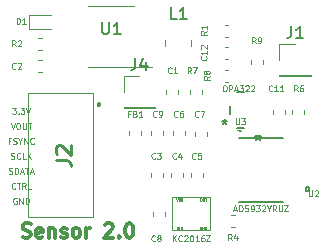
<source format=gbr>
G04 #@! TF.GenerationSoftware,KiCad,Pcbnew,(5.1.5)-3*
G04 #@! TF.CreationDate,2020-11-19T18:47:54+01:00*
G04 #@! TF.ProjectId,Sensor_2.0,53656e73-6f72-45f3-922e-302e6b696361,rev?*
G04 #@! TF.SameCoordinates,Original*
G04 #@! TF.FileFunction,Legend,Top*
G04 #@! TF.FilePolarity,Positive*
%FSLAX46Y46*%
G04 Gerber Fmt 4.6, Leading zero omitted, Abs format (unit mm)*
G04 Created by KiCad (PCBNEW (5.1.5)-3) date 2020-11-19 18:47:54*
%MOMM*%
%LPD*%
G04 APERTURE LIST*
%ADD10C,0.125000*%
%ADD11C,0.300000*%
%ADD12C,0.120000*%
%ADD13C,0.100000*%
%ADD14C,0.152400*%
%ADD15C,0.254000*%
%ADD16C,0.150000*%
%ADD17C,0.050000*%
G04 APERTURE END LIST*
D10*
X123333095Y-92936190D02*
X123333095Y-92436190D01*
X123618809Y-92936190D02*
X123404523Y-92650476D01*
X123618809Y-92436190D02*
X123333095Y-92721904D01*
X124118809Y-92888571D02*
X124095000Y-92912380D01*
X124023571Y-92936190D01*
X123975952Y-92936190D01*
X123904523Y-92912380D01*
X123856904Y-92864761D01*
X123833095Y-92817142D01*
X123809285Y-92721904D01*
X123809285Y-92650476D01*
X123833095Y-92555238D01*
X123856904Y-92507619D01*
X123904523Y-92460000D01*
X123975952Y-92436190D01*
X124023571Y-92436190D01*
X124095000Y-92460000D01*
X124118809Y-92483809D01*
X124309285Y-92483809D02*
X124333095Y-92460000D01*
X124380714Y-92436190D01*
X124499761Y-92436190D01*
X124547380Y-92460000D01*
X124571190Y-92483809D01*
X124595000Y-92531428D01*
X124595000Y-92579047D01*
X124571190Y-92650476D01*
X124285476Y-92936190D01*
X124595000Y-92936190D01*
X124904523Y-92436190D02*
X124952142Y-92436190D01*
X124999761Y-92460000D01*
X125023571Y-92483809D01*
X125047380Y-92531428D01*
X125071190Y-92626666D01*
X125071190Y-92745714D01*
X125047380Y-92840952D01*
X125023571Y-92888571D01*
X124999761Y-92912380D01*
X124952142Y-92936190D01*
X124904523Y-92936190D01*
X124856904Y-92912380D01*
X124833095Y-92888571D01*
X124809285Y-92840952D01*
X124785476Y-92745714D01*
X124785476Y-92626666D01*
X124809285Y-92531428D01*
X124833095Y-92483809D01*
X124856904Y-92460000D01*
X124904523Y-92436190D01*
X125547380Y-92936190D02*
X125261666Y-92936190D01*
X125404523Y-92936190D02*
X125404523Y-92436190D01*
X125356904Y-92507619D01*
X125309285Y-92555238D01*
X125261666Y-92579047D01*
X125975952Y-92436190D02*
X125880714Y-92436190D01*
X125833095Y-92460000D01*
X125809285Y-92483809D01*
X125761666Y-92555238D01*
X125737857Y-92650476D01*
X125737857Y-92840952D01*
X125761666Y-92888571D01*
X125785476Y-92912380D01*
X125833095Y-92936190D01*
X125928333Y-92936190D01*
X125975952Y-92912380D01*
X125999761Y-92888571D01*
X126023571Y-92840952D01*
X126023571Y-92721904D01*
X125999761Y-92674285D01*
X125975952Y-92650476D01*
X125928333Y-92626666D01*
X125833095Y-92626666D01*
X125785476Y-92650476D01*
X125761666Y-92674285D01*
X125737857Y-92721904D01*
X126190238Y-92436190D02*
X126523571Y-92436190D01*
X126190238Y-92936190D01*
X126523571Y-92936190D01*
X110109047Y-89285000D02*
X110061428Y-89261190D01*
X109990000Y-89261190D01*
X109918571Y-89285000D01*
X109870952Y-89332619D01*
X109847142Y-89380238D01*
X109823333Y-89475476D01*
X109823333Y-89546904D01*
X109847142Y-89642142D01*
X109870952Y-89689761D01*
X109918571Y-89737380D01*
X109990000Y-89761190D01*
X110037619Y-89761190D01*
X110109047Y-89737380D01*
X110132857Y-89713571D01*
X110132857Y-89546904D01*
X110037619Y-89546904D01*
X110347142Y-89761190D02*
X110347142Y-89261190D01*
X110632857Y-89761190D01*
X110632857Y-89261190D01*
X110870952Y-89761190D02*
X110870952Y-89261190D01*
X110990000Y-89261190D01*
X111061428Y-89285000D01*
X111109047Y-89332619D01*
X111132857Y-89380238D01*
X111156666Y-89475476D01*
X111156666Y-89546904D01*
X111132857Y-89642142D01*
X111109047Y-89689761D01*
X111061428Y-89737380D01*
X110990000Y-89761190D01*
X110870952Y-89761190D01*
X110001904Y-88443571D02*
X109978095Y-88467380D01*
X109906666Y-88491190D01*
X109859047Y-88491190D01*
X109787619Y-88467380D01*
X109740000Y-88419761D01*
X109716190Y-88372142D01*
X109692380Y-88276904D01*
X109692380Y-88205476D01*
X109716190Y-88110238D01*
X109740000Y-88062619D01*
X109787619Y-88015000D01*
X109859047Y-87991190D01*
X109906666Y-87991190D01*
X109978095Y-88015000D01*
X110001904Y-88038809D01*
X110144761Y-87991190D02*
X110430476Y-87991190D01*
X110287619Y-88491190D02*
X110287619Y-87991190D01*
X110882857Y-88491190D02*
X110716190Y-88253095D01*
X110597142Y-88491190D02*
X110597142Y-87991190D01*
X110787619Y-87991190D01*
X110835238Y-88015000D01*
X110859047Y-88038809D01*
X110882857Y-88086428D01*
X110882857Y-88157857D01*
X110859047Y-88205476D01*
X110835238Y-88229285D01*
X110787619Y-88253095D01*
X110597142Y-88253095D01*
X111335238Y-88491190D02*
X111097142Y-88491190D01*
X111097142Y-87991190D01*
X109478095Y-87197380D02*
X109549523Y-87221190D01*
X109668571Y-87221190D01*
X109716190Y-87197380D01*
X109740000Y-87173571D01*
X109763809Y-87125952D01*
X109763809Y-87078333D01*
X109740000Y-87030714D01*
X109716190Y-87006904D01*
X109668571Y-86983095D01*
X109573333Y-86959285D01*
X109525714Y-86935476D01*
X109501904Y-86911666D01*
X109478095Y-86864047D01*
X109478095Y-86816428D01*
X109501904Y-86768809D01*
X109525714Y-86745000D01*
X109573333Y-86721190D01*
X109692380Y-86721190D01*
X109763809Y-86745000D01*
X109978095Y-87221190D02*
X109978095Y-86721190D01*
X110097142Y-86721190D01*
X110168571Y-86745000D01*
X110216190Y-86792619D01*
X110240000Y-86840238D01*
X110263809Y-86935476D01*
X110263809Y-87006904D01*
X110240000Y-87102142D01*
X110216190Y-87149761D01*
X110168571Y-87197380D01*
X110097142Y-87221190D01*
X109978095Y-87221190D01*
X110454285Y-87078333D02*
X110692380Y-87078333D01*
X110406666Y-87221190D02*
X110573333Y-86721190D01*
X110740000Y-87221190D01*
X110835238Y-86721190D02*
X111120952Y-86721190D01*
X110978095Y-87221190D02*
X110978095Y-86721190D01*
X111263809Y-87078333D02*
X111501904Y-87078333D01*
X111216190Y-87221190D02*
X111382857Y-86721190D01*
X111549523Y-87221190D01*
X109644761Y-85927380D02*
X109716190Y-85951190D01*
X109835238Y-85951190D01*
X109882857Y-85927380D01*
X109906666Y-85903571D01*
X109930476Y-85855952D01*
X109930476Y-85808333D01*
X109906666Y-85760714D01*
X109882857Y-85736904D01*
X109835238Y-85713095D01*
X109740000Y-85689285D01*
X109692380Y-85665476D01*
X109668571Y-85641666D01*
X109644761Y-85594047D01*
X109644761Y-85546428D01*
X109668571Y-85498809D01*
X109692380Y-85475000D01*
X109740000Y-85451190D01*
X109859047Y-85451190D01*
X109930476Y-85475000D01*
X110430476Y-85903571D02*
X110406666Y-85927380D01*
X110335238Y-85951190D01*
X110287619Y-85951190D01*
X110216190Y-85927380D01*
X110168571Y-85879761D01*
X110144761Y-85832142D01*
X110120952Y-85736904D01*
X110120952Y-85665476D01*
X110144761Y-85570238D01*
X110168571Y-85522619D01*
X110216190Y-85475000D01*
X110287619Y-85451190D01*
X110335238Y-85451190D01*
X110406666Y-85475000D01*
X110430476Y-85498809D01*
X110882857Y-85951190D02*
X110644761Y-85951190D01*
X110644761Y-85451190D01*
X111049523Y-85951190D02*
X111049523Y-85451190D01*
X111335238Y-85951190D02*
X111120952Y-85665476D01*
X111335238Y-85451190D02*
X111049523Y-85736904D01*
X109597142Y-84419285D02*
X109430476Y-84419285D01*
X109430476Y-84681190D02*
X109430476Y-84181190D01*
X109668571Y-84181190D01*
X109835238Y-84657380D02*
X109906666Y-84681190D01*
X110025714Y-84681190D01*
X110073333Y-84657380D01*
X110097142Y-84633571D01*
X110120952Y-84585952D01*
X110120952Y-84538333D01*
X110097142Y-84490714D01*
X110073333Y-84466904D01*
X110025714Y-84443095D01*
X109930476Y-84419285D01*
X109882857Y-84395476D01*
X109859047Y-84371666D01*
X109835238Y-84324047D01*
X109835238Y-84276428D01*
X109859047Y-84228809D01*
X109882857Y-84205000D01*
X109930476Y-84181190D01*
X110049523Y-84181190D01*
X110120952Y-84205000D01*
X110430476Y-84443095D02*
X110430476Y-84681190D01*
X110263809Y-84181190D02*
X110430476Y-84443095D01*
X110597142Y-84181190D01*
X110763809Y-84681190D02*
X110763809Y-84181190D01*
X111049523Y-84681190D01*
X111049523Y-84181190D01*
X111573333Y-84633571D02*
X111549523Y-84657380D01*
X111478095Y-84681190D01*
X111430476Y-84681190D01*
X111359047Y-84657380D01*
X111311428Y-84609761D01*
X111287619Y-84562142D01*
X111263809Y-84466904D01*
X111263809Y-84395476D01*
X111287619Y-84300238D01*
X111311428Y-84252619D01*
X111359047Y-84205000D01*
X111430476Y-84181190D01*
X111478095Y-84181190D01*
X111549523Y-84205000D01*
X111573333Y-84228809D01*
X109609047Y-82911190D02*
X109775714Y-83411190D01*
X109942380Y-82911190D01*
X110204285Y-82911190D02*
X110299523Y-82911190D01*
X110347142Y-82935000D01*
X110394761Y-82982619D01*
X110418571Y-83077857D01*
X110418571Y-83244523D01*
X110394761Y-83339761D01*
X110347142Y-83387380D01*
X110299523Y-83411190D01*
X110204285Y-83411190D01*
X110156666Y-83387380D01*
X110109047Y-83339761D01*
X110085238Y-83244523D01*
X110085238Y-83077857D01*
X110109047Y-82982619D01*
X110156666Y-82935000D01*
X110204285Y-82911190D01*
X110632857Y-82911190D02*
X110632857Y-83315952D01*
X110656666Y-83363571D01*
X110680476Y-83387380D01*
X110728095Y-83411190D01*
X110823333Y-83411190D01*
X110870952Y-83387380D01*
X110894761Y-83363571D01*
X110918571Y-83315952D01*
X110918571Y-82911190D01*
X111085238Y-82911190D02*
X111370952Y-82911190D01*
X111228095Y-83411190D02*
X111228095Y-82911190D01*
X109751904Y-81641190D02*
X110061428Y-81641190D01*
X109894761Y-81831666D01*
X109966190Y-81831666D01*
X110013809Y-81855476D01*
X110037619Y-81879285D01*
X110061428Y-81926904D01*
X110061428Y-82045952D01*
X110037619Y-82093571D01*
X110013809Y-82117380D01*
X109966190Y-82141190D01*
X109823333Y-82141190D01*
X109775714Y-82117380D01*
X109751904Y-82093571D01*
X110275714Y-82093571D02*
X110299523Y-82117380D01*
X110275714Y-82141190D01*
X110251904Y-82117380D01*
X110275714Y-82093571D01*
X110275714Y-82141190D01*
X110466190Y-81641190D02*
X110775714Y-81641190D01*
X110609047Y-81831666D01*
X110680476Y-81831666D01*
X110728095Y-81855476D01*
X110751904Y-81879285D01*
X110775714Y-81926904D01*
X110775714Y-82045952D01*
X110751904Y-82093571D01*
X110728095Y-82117380D01*
X110680476Y-82141190D01*
X110537619Y-82141190D01*
X110490000Y-82117380D01*
X110466190Y-82093571D01*
X110918571Y-81641190D02*
X111085238Y-82141190D01*
X111251904Y-81641190D01*
D11*
X110630285Y-92560714D02*
X110801714Y-92617857D01*
X111087428Y-92617857D01*
X111201714Y-92560714D01*
X111258857Y-92503571D01*
X111316000Y-92389285D01*
X111316000Y-92275000D01*
X111258857Y-92160714D01*
X111201714Y-92103571D01*
X111087428Y-92046428D01*
X110858857Y-91989285D01*
X110744571Y-91932142D01*
X110687428Y-91875000D01*
X110630285Y-91760714D01*
X110630285Y-91646428D01*
X110687428Y-91532142D01*
X110744571Y-91475000D01*
X110858857Y-91417857D01*
X111144571Y-91417857D01*
X111316000Y-91475000D01*
X112287428Y-92560714D02*
X112173142Y-92617857D01*
X111944571Y-92617857D01*
X111830285Y-92560714D01*
X111773142Y-92446428D01*
X111773142Y-91989285D01*
X111830285Y-91875000D01*
X111944571Y-91817857D01*
X112173142Y-91817857D01*
X112287428Y-91875000D01*
X112344571Y-91989285D01*
X112344571Y-92103571D01*
X111773142Y-92217857D01*
X112858857Y-91817857D02*
X112858857Y-92617857D01*
X112858857Y-91932142D02*
X112916000Y-91875000D01*
X113030285Y-91817857D01*
X113201714Y-91817857D01*
X113316000Y-91875000D01*
X113373142Y-91989285D01*
X113373142Y-92617857D01*
X113887428Y-92560714D02*
X114001714Y-92617857D01*
X114230285Y-92617857D01*
X114344571Y-92560714D01*
X114401714Y-92446428D01*
X114401714Y-92389285D01*
X114344571Y-92275000D01*
X114230285Y-92217857D01*
X114058857Y-92217857D01*
X113944571Y-92160714D01*
X113887428Y-92046428D01*
X113887428Y-91989285D01*
X113944571Y-91875000D01*
X114058857Y-91817857D01*
X114230285Y-91817857D01*
X114344571Y-91875000D01*
X115087428Y-92617857D02*
X114973142Y-92560714D01*
X114916000Y-92503571D01*
X114858857Y-92389285D01*
X114858857Y-92046428D01*
X114916000Y-91932142D01*
X114973142Y-91875000D01*
X115087428Y-91817857D01*
X115258857Y-91817857D01*
X115373142Y-91875000D01*
X115430285Y-91932142D01*
X115487428Y-92046428D01*
X115487428Y-92389285D01*
X115430285Y-92503571D01*
X115373142Y-92560714D01*
X115258857Y-92617857D01*
X115087428Y-92617857D01*
X116001714Y-92617857D02*
X116001714Y-91817857D01*
X116001714Y-92046428D02*
X116058857Y-91932142D01*
X116116000Y-91875000D01*
X116230285Y-91817857D01*
X116344571Y-91817857D01*
X117601714Y-91532142D02*
X117658857Y-91475000D01*
X117773142Y-91417857D01*
X118058857Y-91417857D01*
X118173142Y-91475000D01*
X118230285Y-91532142D01*
X118287428Y-91646428D01*
X118287428Y-91760714D01*
X118230285Y-91932142D01*
X117544571Y-92617857D01*
X118287428Y-92617857D01*
X118801714Y-92503571D02*
X118858857Y-92560714D01*
X118801714Y-92617857D01*
X118744571Y-92560714D01*
X118801714Y-92503571D01*
X118801714Y-92617857D01*
X119601714Y-91417857D02*
X119716000Y-91417857D01*
X119830285Y-91475000D01*
X119887428Y-91532142D01*
X119944571Y-91646428D01*
X120001714Y-91875000D01*
X120001714Y-92160714D01*
X119944571Y-92389285D01*
X119887428Y-92503571D01*
X119830285Y-92560714D01*
X119716000Y-92617857D01*
X119601714Y-92617857D01*
X119487428Y-92560714D01*
X119430285Y-92503571D01*
X119373142Y-92389285D01*
X119316000Y-92160714D01*
X119316000Y-91875000D01*
X119373142Y-91646428D01*
X119430285Y-91532142D01*
X119487428Y-91475000D01*
X119601714Y-91417857D01*
D12*
X122790000Y-80124721D02*
X122790000Y-80450279D01*
X123810000Y-80124721D02*
X123810000Y-80450279D01*
X111949721Y-77590000D02*
X112275279Y-77590000D01*
X111949721Y-78610000D02*
X112275279Y-78610000D01*
X122510000Y-87450279D02*
X122510000Y-87124721D01*
X121490000Y-87450279D02*
X121490000Y-87124721D01*
X123190000Y-87450279D02*
X123190000Y-87124721D01*
X124210000Y-87450279D02*
X124210000Y-87124721D01*
X124890000Y-87124721D02*
X124890000Y-87450279D01*
X125910000Y-87124721D02*
X125910000Y-87450279D01*
X124410000Y-83624721D02*
X124410000Y-83950279D01*
X123390000Y-83624721D02*
X123390000Y-83950279D01*
X126210000Y-83649721D02*
X126210000Y-83975279D01*
X125190000Y-83649721D02*
X125190000Y-83975279D01*
X121490000Y-83624721D02*
X121490000Y-83950279D01*
X122510000Y-83624721D02*
X122510000Y-83950279D01*
X132810000Y-81837221D02*
X132810000Y-82162779D01*
X131790000Y-81837221D02*
X131790000Y-82162779D01*
X128050279Y-76490000D02*
X127724721Y-76490000D01*
X128050279Y-77510000D02*
X127724721Y-77510000D01*
X111150000Y-73800000D02*
X111150000Y-75000000D01*
X113000000Y-73800000D02*
X111150000Y-73800000D01*
X113000000Y-75000000D02*
X111150000Y-75000000D01*
X120610000Y-83624721D02*
X120610000Y-83950279D01*
X119590000Y-83624721D02*
X119590000Y-83950279D01*
D13*
X111120000Y-80415000D02*
X111120000Y-90915000D01*
X111120000Y-90915000D02*
X116620000Y-90915000D01*
X116620000Y-90915000D02*
X116620000Y-80415000D01*
X116620000Y-80415000D02*
X111120000Y-80415000D01*
D11*
X117070000Y-81415000D02*
X117070000Y-81415000D01*
X117070000Y-81315000D02*
X117070000Y-81315000D01*
X117070000Y-81315000D02*
G75*
G02X117070000Y-81415000I0J-50000D01*
G01*
X117070000Y-81415000D02*
G75*
G02X117070000Y-81315000I0J50000D01*
G01*
D12*
X119170000Y-78970000D02*
X120500000Y-78970000D01*
X119170000Y-80300000D02*
X119170000Y-78970000D01*
X119170000Y-81570000D02*
X121830000Y-81570000D01*
X121830000Y-81570000D02*
X121830000Y-81630000D01*
X119170000Y-81570000D02*
X119170000Y-81630000D01*
X119170000Y-81630000D02*
X121830000Y-81630000D01*
X124910000Y-75863748D02*
X124910000Y-76386252D01*
X122690000Y-75863748D02*
X122690000Y-76386252D01*
X127724721Y-74590000D02*
X128050279Y-74590000D01*
X127724721Y-75610000D02*
X128050279Y-75610000D01*
X111949721Y-75690000D02*
X112275279Y-75690000D01*
X111949721Y-76710000D02*
X112275279Y-76710000D01*
X128575279Y-90690000D02*
X128249721Y-90690000D01*
X128575279Y-91710000D02*
X128249721Y-91710000D01*
X134410000Y-81837221D02*
X134410000Y-82162779D01*
X133390000Y-81837221D02*
X133390000Y-82162779D01*
X124790000Y-80124721D02*
X124790000Y-80450279D01*
X125810000Y-80124721D02*
X125810000Y-80450279D01*
X128050279Y-79410000D02*
X127724721Y-79410000D01*
X128050279Y-78390000D02*
X127724721Y-78390000D01*
X129990000Y-77624721D02*
X129990000Y-77950279D01*
X131010000Y-77624721D02*
X131010000Y-77950279D01*
X118125000Y-73035000D02*
X116175000Y-73035000D01*
X118125000Y-73035000D02*
X120075000Y-73035000D01*
X118125000Y-78155000D02*
X116175000Y-78155000D01*
X118125000Y-78155000D02*
X121575000Y-78155000D01*
D14*
X134610000Y-88334501D02*
X134864000Y-88334501D01*
X134610000Y-88715501D02*
X134610000Y-88334501D01*
X134864000Y-88715501D02*
X134610000Y-88715501D01*
X134864000Y-88334501D02*
X134864000Y-88715501D01*
X132639424Y-84220300D02*
X128960576Y-84220300D01*
X128960576Y-89579700D02*
X132639424Y-89579700D01*
X129402516Y-80276000D02*
X128797484Y-80276000D01*
X128223700Y-81462139D02*
X128223700Y-82137861D01*
X128797484Y-83324000D02*
X129402516Y-83324000D01*
X128872177Y-83526484D02*
G75*
G03X129100000Y-83628800I227823J202484D01*
G01*
D12*
X123300000Y-92000000D02*
X126500000Y-92000000D01*
X126500000Y-92000000D02*
X126500000Y-89200000D01*
X126500000Y-89200000D02*
X123300000Y-89200000D01*
X123300000Y-89200000D02*
X123300000Y-92000000D01*
X121690000Y-90750279D02*
X121690000Y-90424721D01*
X122710000Y-90750279D02*
X122710000Y-90424721D01*
X132370000Y-78930000D02*
X135030000Y-78930000D01*
X132370000Y-78870000D02*
X132370000Y-78930000D01*
X135030000Y-78870000D02*
X135030000Y-78930000D01*
X132370000Y-78870000D02*
X135030000Y-78870000D01*
X132370000Y-77600000D02*
X132370000Y-76270000D01*
X132370000Y-76270000D02*
X133700000Y-76270000D01*
D10*
X123233666Y-78664571D02*
X123209857Y-78688380D01*
X123138428Y-78712190D01*
X123090809Y-78712190D01*
X123019380Y-78688380D01*
X122971761Y-78640761D01*
X122947952Y-78593142D01*
X122924142Y-78497904D01*
X122924142Y-78426476D01*
X122947952Y-78331238D01*
X122971761Y-78283619D01*
X123019380Y-78236000D01*
X123090809Y-78212190D01*
X123138428Y-78212190D01*
X123209857Y-78236000D01*
X123233666Y-78259809D01*
X123709857Y-78712190D02*
X123424142Y-78712190D01*
X123567000Y-78712190D02*
X123567000Y-78212190D01*
X123519380Y-78283619D01*
X123471761Y-78331238D01*
X123424142Y-78355047D01*
X110025666Y-78283571D02*
X110001857Y-78307380D01*
X109930428Y-78331190D01*
X109882809Y-78331190D01*
X109811380Y-78307380D01*
X109763761Y-78259761D01*
X109739952Y-78212142D01*
X109716142Y-78116904D01*
X109716142Y-78045476D01*
X109739952Y-77950238D01*
X109763761Y-77902619D01*
X109811380Y-77855000D01*
X109882809Y-77831190D01*
X109930428Y-77831190D01*
X110001857Y-77855000D01*
X110025666Y-77878809D01*
X110216142Y-77878809D02*
X110239952Y-77855000D01*
X110287571Y-77831190D01*
X110406619Y-77831190D01*
X110454238Y-77855000D01*
X110478047Y-77878809D01*
X110501857Y-77926428D01*
X110501857Y-77974047D01*
X110478047Y-78045476D01*
X110192333Y-78331190D01*
X110501857Y-78331190D01*
X121836666Y-85903571D02*
X121812857Y-85927380D01*
X121741428Y-85951190D01*
X121693809Y-85951190D01*
X121622380Y-85927380D01*
X121574761Y-85879761D01*
X121550952Y-85832142D01*
X121527142Y-85736904D01*
X121527142Y-85665476D01*
X121550952Y-85570238D01*
X121574761Y-85522619D01*
X121622380Y-85475000D01*
X121693809Y-85451190D01*
X121741428Y-85451190D01*
X121812857Y-85475000D01*
X121836666Y-85498809D01*
X122003333Y-85451190D02*
X122312857Y-85451190D01*
X122146190Y-85641666D01*
X122217619Y-85641666D01*
X122265238Y-85665476D01*
X122289047Y-85689285D01*
X122312857Y-85736904D01*
X122312857Y-85855952D01*
X122289047Y-85903571D01*
X122265238Y-85927380D01*
X122217619Y-85951190D01*
X122074761Y-85951190D01*
X122027142Y-85927380D01*
X122003333Y-85903571D01*
X123614666Y-85903571D02*
X123590857Y-85927380D01*
X123519428Y-85951190D01*
X123471809Y-85951190D01*
X123400380Y-85927380D01*
X123352761Y-85879761D01*
X123328952Y-85832142D01*
X123305142Y-85736904D01*
X123305142Y-85665476D01*
X123328952Y-85570238D01*
X123352761Y-85522619D01*
X123400380Y-85475000D01*
X123471809Y-85451190D01*
X123519428Y-85451190D01*
X123590857Y-85475000D01*
X123614666Y-85498809D01*
X124043238Y-85617857D02*
X124043238Y-85951190D01*
X123924190Y-85427380D02*
X123805142Y-85784523D01*
X124114666Y-85784523D01*
X125265666Y-85903571D02*
X125241857Y-85927380D01*
X125170428Y-85951190D01*
X125122809Y-85951190D01*
X125051380Y-85927380D01*
X125003761Y-85879761D01*
X124979952Y-85832142D01*
X124956142Y-85736904D01*
X124956142Y-85665476D01*
X124979952Y-85570238D01*
X125003761Y-85522619D01*
X125051380Y-85475000D01*
X125122809Y-85451190D01*
X125170428Y-85451190D01*
X125241857Y-85475000D01*
X125265666Y-85498809D01*
X125718047Y-85451190D02*
X125479952Y-85451190D01*
X125456142Y-85689285D01*
X125479952Y-85665476D01*
X125527571Y-85641666D01*
X125646619Y-85641666D01*
X125694238Y-85665476D01*
X125718047Y-85689285D01*
X125741857Y-85736904D01*
X125741857Y-85855952D01*
X125718047Y-85903571D01*
X125694238Y-85927380D01*
X125646619Y-85951190D01*
X125527571Y-85951190D01*
X125479952Y-85927380D01*
X125456142Y-85903571D01*
X123741666Y-82347571D02*
X123717857Y-82371380D01*
X123646428Y-82395190D01*
X123598809Y-82395190D01*
X123527380Y-82371380D01*
X123479761Y-82323761D01*
X123455952Y-82276142D01*
X123432142Y-82180904D01*
X123432142Y-82109476D01*
X123455952Y-82014238D01*
X123479761Y-81966619D01*
X123527380Y-81919000D01*
X123598809Y-81895190D01*
X123646428Y-81895190D01*
X123717857Y-81919000D01*
X123741666Y-81942809D01*
X124170238Y-81895190D02*
X124075000Y-81895190D01*
X124027380Y-81919000D01*
X124003571Y-81942809D01*
X123955952Y-82014238D01*
X123932142Y-82109476D01*
X123932142Y-82299952D01*
X123955952Y-82347571D01*
X123979761Y-82371380D01*
X124027380Y-82395190D01*
X124122619Y-82395190D01*
X124170238Y-82371380D01*
X124194047Y-82347571D01*
X124217857Y-82299952D01*
X124217857Y-82180904D01*
X124194047Y-82133285D01*
X124170238Y-82109476D01*
X124122619Y-82085666D01*
X124027380Y-82085666D01*
X123979761Y-82109476D01*
X123955952Y-82133285D01*
X123932142Y-82180904D01*
X125519666Y-82347571D02*
X125495857Y-82371380D01*
X125424428Y-82395190D01*
X125376809Y-82395190D01*
X125305380Y-82371380D01*
X125257761Y-82323761D01*
X125233952Y-82276142D01*
X125210142Y-82180904D01*
X125210142Y-82109476D01*
X125233952Y-82014238D01*
X125257761Y-81966619D01*
X125305380Y-81919000D01*
X125376809Y-81895190D01*
X125424428Y-81895190D01*
X125495857Y-81919000D01*
X125519666Y-81942809D01*
X125686333Y-81895190D02*
X126019666Y-81895190D01*
X125805380Y-82395190D01*
X121963666Y-82347571D02*
X121939857Y-82371380D01*
X121868428Y-82395190D01*
X121820809Y-82395190D01*
X121749380Y-82371380D01*
X121701761Y-82323761D01*
X121677952Y-82276142D01*
X121654142Y-82180904D01*
X121654142Y-82109476D01*
X121677952Y-82014238D01*
X121701761Y-81966619D01*
X121749380Y-81919000D01*
X121820809Y-81895190D01*
X121868428Y-81895190D01*
X121939857Y-81919000D01*
X121963666Y-81942809D01*
X122201761Y-82395190D02*
X122297000Y-82395190D01*
X122344619Y-82371380D01*
X122368428Y-82347571D01*
X122416047Y-82276142D01*
X122439857Y-82180904D01*
X122439857Y-81990428D01*
X122416047Y-81942809D01*
X122392238Y-81919000D01*
X122344619Y-81895190D01*
X122249380Y-81895190D01*
X122201761Y-81919000D01*
X122177952Y-81942809D01*
X122154142Y-81990428D01*
X122154142Y-82109476D01*
X122177952Y-82157095D01*
X122201761Y-82180904D01*
X122249380Y-82204714D01*
X122344619Y-82204714D01*
X122392238Y-82180904D01*
X122416047Y-82157095D01*
X122439857Y-82109476D01*
X131758571Y-80188571D02*
X131734761Y-80212380D01*
X131663333Y-80236190D01*
X131615714Y-80236190D01*
X131544285Y-80212380D01*
X131496666Y-80164761D01*
X131472857Y-80117142D01*
X131449047Y-80021904D01*
X131449047Y-79950476D01*
X131472857Y-79855238D01*
X131496666Y-79807619D01*
X131544285Y-79760000D01*
X131615714Y-79736190D01*
X131663333Y-79736190D01*
X131734761Y-79760000D01*
X131758571Y-79783809D01*
X132234761Y-80236190D02*
X131949047Y-80236190D01*
X132091904Y-80236190D02*
X132091904Y-79736190D01*
X132044285Y-79807619D01*
X131996666Y-79855238D01*
X131949047Y-79879047D01*
X132710952Y-80236190D02*
X132425238Y-80236190D01*
X132568095Y-80236190D02*
X132568095Y-79736190D01*
X132520476Y-79807619D01*
X132472857Y-79855238D01*
X132425238Y-79879047D01*
X126162571Y-77283428D02*
X126186380Y-77307238D01*
X126210190Y-77378666D01*
X126210190Y-77426285D01*
X126186380Y-77497714D01*
X126138761Y-77545333D01*
X126091142Y-77569142D01*
X125995904Y-77592952D01*
X125924476Y-77592952D01*
X125829238Y-77569142D01*
X125781619Y-77545333D01*
X125734000Y-77497714D01*
X125710190Y-77426285D01*
X125710190Y-77378666D01*
X125734000Y-77307238D01*
X125757809Y-77283428D01*
X126210190Y-76807238D02*
X126210190Y-77092952D01*
X126210190Y-76950095D02*
X125710190Y-76950095D01*
X125781619Y-76997714D01*
X125829238Y-77045333D01*
X125853047Y-77092952D01*
X125757809Y-76616761D02*
X125734000Y-76592952D01*
X125710190Y-76545333D01*
X125710190Y-76426285D01*
X125734000Y-76378666D01*
X125757809Y-76354857D01*
X125805428Y-76331047D01*
X125853047Y-76331047D01*
X125924476Y-76354857D01*
X126210190Y-76640571D01*
X126210190Y-76331047D01*
X110120952Y-74521190D02*
X110120952Y-74021190D01*
X110240000Y-74021190D01*
X110311428Y-74045000D01*
X110359047Y-74092619D01*
X110382857Y-74140238D01*
X110406666Y-74235476D01*
X110406666Y-74306904D01*
X110382857Y-74402142D01*
X110359047Y-74449761D01*
X110311428Y-74497380D01*
X110240000Y-74521190D01*
X110120952Y-74521190D01*
X110882857Y-74521190D02*
X110597142Y-74521190D01*
X110740000Y-74521190D02*
X110740000Y-74021190D01*
X110692380Y-74092619D01*
X110644761Y-74140238D01*
X110597142Y-74164047D01*
X119725333Y-82133285D02*
X119558666Y-82133285D01*
X119558666Y-82395190D02*
X119558666Y-81895190D01*
X119796761Y-81895190D01*
X120153904Y-82133285D02*
X120225333Y-82157095D01*
X120249142Y-82180904D01*
X120272952Y-82228523D01*
X120272952Y-82299952D01*
X120249142Y-82347571D01*
X120225333Y-82371380D01*
X120177714Y-82395190D01*
X119987238Y-82395190D01*
X119987238Y-81895190D01*
X120153904Y-81895190D01*
X120201523Y-81919000D01*
X120225333Y-81942809D01*
X120249142Y-81990428D01*
X120249142Y-82038047D01*
X120225333Y-82085666D01*
X120201523Y-82109476D01*
X120153904Y-82133285D01*
X119987238Y-82133285D01*
X120749142Y-82395190D02*
X120463428Y-82395190D01*
X120606285Y-82395190D02*
X120606285Y-81895190D01*
X120558666Y-81966619D01*
X120511047Y-82014238D01*
X120463428Y-82038047D01*
D15*
X113424523Y-86088333D02*
X114331666Y-86088333D01*
X114513095Y-86148809D01*
X114634047Y-86269761D01*
X114694523Y-86451190D01*
X114694523Y-86572142D01*
X113545476Y-85544047D02*
X113485000Y-85483571D01*
X113424523Y-85362619D01*
X113424523Y-85060238D01*
X113485000Y-84939285D01*
X113545476Y-84878809D01*
X113666428Y-84818333D01*
X113787380Y-84818333D01*
X113968809Y-84878809D01*
X114694523Y-85604523D01*
X114694523Y-84818333D01*
D16*
X120166666Y-77422380D02*
X120166666Y-78136666D01*
X120119047Y-78279523D01*
X120023809Y-78374761D01*
X119880952Y-78422380D01*
X119785714Y-78422380D01*
X121071428Y-77755714D02*
X121071428Y-78422380D01*
X120833333Y-77374761D02*
X120595238Y-78089047D01*
X121214285Y-78089047D01*
X123658333Y-74112380D02*
X123182142Y-74112380D01*
X123182142Y-73112380D01*
X124515476Y-74112380D02*
X123944047Y-74112380D01*
X124229761Y-74112380D02*
X124229761Y-73112380D01*
X124134523Y-73255238D01*
X124039285Y-73350476D01*
X123944047Y-73398095D01*
D10*
X126210190Y-75140333D02*
X125972095Y-75307000D01*
X126210190Y-75426047D02*
X125710190Y-75426047D01*
X125710190Y-75235571D01*
X125734000Y-75187952D01*
X125757809Y-75164142D01*
X125805428Y-75140333D01*
X125876857Y-75140333D01*
X125924476Y-75164142D01*
X125948285Y-75187952D01*
X125972095Y-75235571D01*
X125972095Y-75426047D01*
X126210190Y-74664142D02*
X126210190Y-74949857D01*
X126210190Y-74807000D02*
X125710190Y-74807000D01*
X125781619Y-74854619D01*
X125829238Y-74902238D01*
X125853047Y-74949857D01*
X110025666Y-76426190D02*
X109859000Y-76188095D01*
X109739952Y-76426190D02*
X109739952Y-75926190D01*
X109930428Y-75926190D01*
X109978047Y-75950000D01*
X110001857Y-75973809D01*
X110025666Y-76021428D01*
X110025666Y-76092857D01*
X110001857Y-76140476D01*
X109978047Y-76164285D01*
X109930428Y-76188095D01*
X109739952Y-76188095D01*
X110216142Y-75973809D02*
X110239952Y-75950000D01*
X110287571Y-75926190D01*
X110406619Y-75926190D01*
X110454238Y-75950000D01*
X110478047Y-75973809D01*
X110501857Y-76021428D01*
X110501857Y-76069047D01*
X110478047Y-76140476D01*
X110192333Y-76426190D01*
X110501857Y-76426190D01*
X128329166Y-92856190D02*
X128162500Y-92618095D01*
X128043452Y-92856190D02*
X128043452Y-92356190D01*
X128233928Y-92356190D01*
X128281547Y-92380000D01*
X128305357Y-92403809D01*
X128329166Y-92451428D01*
X128329166Y-92522857D01*
X128305357Y-92570476D01*
X128281547Y-92594285D01*
X128233928Y-92618095D01*
X128043452Y-92618095D01*
X128757738Y-92522857D02*
X128757738Y-92856190D01*
X128638690Y-92332380D02*
X128519642Y-92689523D01*
X128829166Y-92689523D01*
X133901666Y-80236190D02*
X133735000Y-79998095D01*
X133615952Y-80236190D02*
X133615952Y-79736190D01*
X133806428Y-79736190D01*
X133854047Y-79760000D01*
X133877857Y-79783809D01*
X133901666Y-79831428D01*
X133901666Y-79902857D01*
X133877857Y-79950476D01*
X133854047Y-79974285D01*
X133806428Y-79998095D01*
X133615952Y-79998095D01*
X134330238Y-79736190D02*
X134235000Y-79736190D01*
X134187380Y-79760000D01*
X134163571Y-79783809D01*
X134115952Y-79855238D01*
X134092142Y-79950476D01*
X134092142Y-80140952D01*
X134115952Y-80188571D01*
X134139761Y-80212380D01*
X134187380Y-80236190D01*
X134282619Y-80236190D01*
X134330238Y-80212380D01*
X134354047Y-80188571D01*
X134377857Y-80140952D01*
X134377857Y-80021904D01*
X134354047Y-79974285D01*
X134330238Y-79950476D01*
X134282619Y-79926666D01*
X134187380Y-79926666D01*
X134139761Y-79950476D01*
X134115952Y-79974285D01*
X134092142Y-80021904D01*
X124884666Y-78712190D02*
X124718000Y-78474095D01*
X124598952Y-78712190D02*
X124598952Y-78212190D01*
X124789428Y-78212190D01*
X124837047Y-78236000D01*
X124860857Y-78259809D01*
X124884666Y-78307428D01*
X124884666Y-78378857D01*
X124860857Y-78426476D01*
X124837047Y-78450285D01*
X124789428Y-78474095D01*
X124598952Y-78474095D01*
X125051333Y-78212190D02*
X125384666Y-78212190D01*
X125170380Y-78712190D01*
X126464190Y-78950333D02*
X126226095Y-79117000D01*
X126464190Y-79236047D02*
X125964190Y-79236047D01*
X125964190Y-79045571D01*
X125988000Y-78997952D01*
X126011809Y-78974142D01*
X126059428Y-78950333D01*
X126130857Y-78950333D01*
X126178476Y-78974142D01*
X126202285Y-78997952D01*
X126226095Y-79045571D01*
X126226095Y-79236047D01*
X126178476Y-78664619D02*
X126154666Y-78712238D01*
X126130857Y-78736047D01*
X126083238Y-78759857D01*
X126059428Y-78759857D01*
X126011809Y-78736047D01*
X125988000Y-78712238D01*
X125964190Y-78664619D01*
X125964190Y-78569380D01*
X125988000Y-78521761D01*
X126011809Y-78497952D01*
X126059428Y-78474142D01*
X126083238Y-78474142D01*
X126130857Y-78497952D01*
X126154666Y-78521761D01*
X126178476Y-78569380D01*
X126178476Y-78664619D01*
X126202285Y-78712238D01*
X126226095Y-78736047D01*
X126273714Y-78759857D01*
X126368952Y-78759857D01*
X126416571Y-78736047D01*
X126440380Y-78712238D01*
X126464190Y-78664619D01*
X126464190Y-78569380D01*
X126440380Y-78521761D01*
X126416571Y-78497952D01*
X126368952Y-78474142D01*
X126273714Y-78474142D01*
X126226095Y-78497952D01*
X126202285Y-78521761D01*
X126178476Y-78569380D01*
X130345666Y-76172190D02*
X130179000Y-75934095D01*
X130059952Y-76172190D02*
X130059952Y-75672190D01*
X130250428Y-75672190D01*
X130298047Y-75696000D01*
X130321857Y-75719809D01*
X130345666Y-75767428D01*
X130345666Y-75838857D01*
X130321857Y-75886476D01*
X130298047Y-75910285D01*
X130250428Y-75934095D01*
X130059952Y-75934095D01*
X130583761Y-76172190D02*
X130679000Y-76172190D01*
X130726619Y-76148380D01*
X130750428Y-76124571D01*
X130798047Y-76053142D01*
X130821857Y-75957904D01*
X130821857Y-75767428D01*
X130798047Y-75719809D01*
X130774238Y-75696000D01*
X130726619Y-75672190D01*
X130631380Y-75672190D01*
X130583761Y-75696000D01*
X130559952Y-75719809D01*
X130536142Y-75767428D01*
X130536142Y-75886476D01*
X130559952Y-75934095D01*
X130583761Y-75957904D01*
X130631380Y-75981714D01*
X130726619Y-75981714D01*
X130774238Y-75957904D01*
X130798047Y-75934095D01*
X130821857Y-75886476D01*
D16*
X117348095Y-74382380D02*
X117348095Y-75191904D01*
X117395714Y-75287142D01*
X117443333Y-75334761D01*
X117538571Y-75382380D01*
X117729047Y-75382380D01*
X117824285Y-75334761D01*
X117871904Y-75287142D01*
X117919523Y-75191904D01*
X117919523Y-74382380D01*
X118919523Y-75382380D02*
X118348095Y-75382380D01*
X118633809Y-75382380D02*
X118633809Y-74382380D01*
X118538571Y-74525238D01*
X118443333Y-74620476D01*
X118348095Y-74668095D01*
D10*
X134874047Y-88626190D02*
X134874047Y-89030952D01*
X134897857Y-89078571D01*
X134921666Y-89102380D01*
X134969285Y-89126190D01*
X135064523Y-89126190D01*
X135112142Y-89102380D01*
X135135952Y-89078571D01*
X135159761Y-89030952D01*
X135159761Y-88626190D01*
X135374047Y-88673809D02*
X135397857Y-88650000D01*
X135445476Y-88626190D01*
X135564523Y-88626190D01*
X135612142Y-88650000D01*
X135635952Y-88673809D01*
X135659761Y-88721428D01*
X135659761Y-88769047D01*
X135635952Y-88840476D01*
X135350238Y-89126190D01*
X135659761Y-89126190D01*
X128524285Y-90253333D02*
X128762380Y-90253333D01*
X128476666Y-90396190D02*
X128643333Y-89896190D01*
X128810000Y-90396190D01*
X128976666Y-90396190D02*
X128976666Y-89896190D01*
X129095714Y-89896190D01*
X129167142Y-89920000D01*
X129214761Y-89967619D01*
X129238571Y-90015238D01*
X129262380Y-90110476D01*
X129262380Y-90181904D01*
X129238571Y-90277142D01*
X129214761Y-90324761D01*
X129167142Y-90372380D01*
X129095714Y-90396190D01*
X128976666Y-90396190D01*
X129714761Y-89896190D02*
X129476666Y-89896190D01*
X129452857Y-90134285D01*
X129476666Y-90110476D01*
X129524285Y-90086666D01*
X129643333Y-90086666D01*
X129690952Y-90110476D01*
X129714761Y-90134285D01*
X129738571Y-90181904D01*
X129738571Y-90300952D01*
X129714761Y-90348571D01*
X129690952Y-90372380D01*
X129643333Y-90396190D01*
X129524285Y-90396190D01*
X129476666Y-90372380D01*
X129452857Y-90348571D01*
X129976666Y-90396190D02*
X130071904Y-90396190D01*
X130119523Y-90372380D01*
X130143333Y-90348571D01*
X130190952Y-90277142D01*
X130214761Y-90181904D01*
X130214761Y-89991428D01*
X130190952Y-89943809D01*
X130167142Y-89920000D01*
X130119523Y-89896190D01*
X130024285Y-89896190D01*
X129976666Y-89920000D01*
X129952857Y-89943809D01*
X129929047Y-89991428D01*
X129929047Y-90110476D01*
X129952857Y-90158095D01*
X129976666Y-90181904D01*
X130024285Y-90205714D01*
X130119523Y-90205714D01*
X130167142Y-90181904D01*
X130190952Y-90158095D01*
X130214761Y-90110476D01*
X130381428Y-89896190D02*
X130690952Y-89896190D01*
X130524285Y-90086666D01*
X130595714Y-90086666D01*
X130643333Y-90110476D01*
X130667142Y-90134285D01*
X130690952Y-90181904D01*
X130690952Y-90300952D01*
X130667142Y-90348571D01*
X130643333Y-90372380D01*
X130595714Y-90396190D01*
X130452857Y-90396190D01*
X130405238Y-90372380D01*
X130381428Y-90348571D01*
X130881428Y-89943809D02*
X130905238Y-89920000D01*
X130952857Y-89896190D01*
X131071904Y-89896190D01*
X131119523Y-89920000D01*
X131143333Y-89943809D01*
X131167142Y-89991428D01*
X131167142Y-90039047D01*
X131143333Y-90110476D01*
X130857619Y-90396190D01*
X131167142Y-90396190D01*
X131476666Y-90158095D02*
X131476666Y-90396190D01*
X131310000Y-89896190D02*
X131476666Y-90158095D01*
X131643333Y-89896190D01*
X132095714Y-90396190D02*
X131929047Y-90158095D01*
X131810000Y-90396190D02*
X131810000Y-89896190D01*
X132000476Y-89896190D01*
X132048095Y-89920000D01*
X132071904Y-89943809D01*
X132095714Y-89991428D01*
X132095714Y-90062857D01*
X132071904Y-90110476D01*
X132048095Y-90134285D01*
X132000476Y-90158095D01*
X131810000Y-90158095D01*
X132310000Y-89896190D02*
X132310000Y-90300952D01*
X132333809Y-90348571D01*
X132357619Y-90372380D01*
X132405238Y-90396190D01*
X132500476Y-90396190D01*
X132548095Y-90372380D01*
X132571904Y-90348571D01*
X132595714Y-90300952D01*
X132595714Y-89896190D01*
X132786190Y-89896190D02*
X133119523Y-89896190D01*
X132786190Y-90396190D01*
X133119523Y-90396190D01*
D16*
X127726600Y-82578779D02*
X127726600Y-82816875D01*
X127488504Y-82721637D02*
X127726600Y-82816875D01*
X127964695Y-82721637D01*
X127583742Y-83007351D02*
X127726600Y-82816875D01*
X127869457Y-83007351D01*
X127726600Y-82578779D02*
X127726600Y-82816875D01*
X127488504Y-82721637D02*
X127726600Y-82816875D01*
X127964695Y-82721637D01*
X127583742Y-83007351D02*
X127726600Y-82816875D01*
X127869457Y-83007351D01*
D10*
X128651047Y-82530190D02*
X128651047Y-82934952D01*
X128674857Y-82982571D01*
X128698666Y-83006380D01*
X128746285Y-83030190D01*
X128841523Y-83030190D01*
X128889142Y-83006380D01*
X128912952Y-82982571D01*
X128936761Y-82934952D01*
X128936761Y-82530190D01*
X129127238Y-82530190D02*
X129436761Y-82530190D01*
X129270095Y-82720666D01*
X129341523Y-82720666D01*
X129389142Y-82744476D01*
X129412952Y-82768285D01*
X129436761Y-82815904D01*
X129436761Y-82934952D01*
X129412952Y-82982571D01*
X129389142Y-83006380D01*
X129341523Y-83030190D01*
X129198666Y-83030190D01*
X129151047Y-83006380D01*
X129127238Y-82982571D01*
X127678809Y-79736190D02*
X127774047Y-79736190D01*
X127821666Y-79760000D01*
X127869285Y-79807619D01*
X127893095Y-79902857D01*
X127893095Y-80069523D01*
X127869285Y-80164761D01*
X127821666Y-80212380D01*
X127774047Y-80236190D01*
X127678809Y-80236190D01*
X127631190Y-80212380D01*
X127583571Y-80164761D01*
X127559761Y-80069523D01*
X127559761Y-79902857D01*
X127583571Y-79807619D01*
X127631190Y-79760000D01*
X127678809Y-79736190D01*
X128107380Y-80236190D02*
X128107380Y-79736190D01*
X128297857Y-79736190D01*
X128345476Y-79760000D01*
X128369285Y-79783809D01*
X128393095Y-79831428D01*
X128393095Y-79902857D01*
X128369285Y-79950476D01*
X128345476Y-79974285D01*
X128297857Y-79998095D01*
X128107380Y-79998095D01*
X128583571Y-80093333D02*
X128821666Y-80093333D01*
X128535952Y-80236190D02*
X128702619Y-79736190D01*
X128869285Y-80236190D01*
X128988333Y-79736190D02*
X129297857Y-79736190D01*
X129131190Y-79926666D01*
X129202619Y-79926666D01*
X129250238Y-79950476D01*
X129274047Y-79974285D01*
X129297857Y-80021904D01*
X129297857Y-80140952D01*
X129274047Y-80188571D01*
X129250238Y-80212380D01*
X129202619Y-80236190D01*
X129059761Y-80236190D01*
X129012142Y-80212380D01*
X128988333Y-80188571D01*
X129488333Y-79783809D02*
X129512142Y-79760000D01*
X129559761Y-79736190D01*
X129678809Y-79736190D01*
X129726428Y-79760000D01*
X129750238Y-79783809D01*
X129774047Y-79831428D01*
X129774047Y-79879047D01*
X129750238Y-79950476D01*
X129464523Y-80236190D01*
X129774047Y-80236190D01*
X129964523Y-79783809D02*
X129988333Y-79760000D01*
X130035952Y-79736190D01*
X130155000Y-79736190D01*
X130202619Y-79760000D01*
X130226428Y-79783809D01*
X130250238Y-79831428D01*
X130250238Y-79879047D01*
X130226428Y-79950476D01*
X129940714Y-80236190D01*
X130250238Y-80236190D01*
D16*
X130547800Y-83904180D02*
X130547800Y-84142276D01*
X130309704Y-84047038D02*
X130547800Y-84142276D01*
X130785895Y-84047038D01*
X130404942Y-84332752D02*
X130547800Y-84142276D01*
X130690657Y-84332752D01*
X130547800Y-83904180D02*
X130547800Y-84142276D01*
X130309704Y-84047038D02*
X130547800Y-84142276D01*
X130785895Y-84047038D01*
X130404942Y-84332752D02*
X130547800Y-84142276D01*
X130690657Y-84332752D01*
D17*
X123690476Y-91890476D02*
X123690476Y-91690476D01*
X123785714Y-91890476D02*
X123785714Y-91690476D01*
X123900000Y-91890476D01*
X123900000Y-91690476D01*
X123995238Y-91890476D02*
X123995238Y-91690476D01*
X123995238Y-91785714D02*
X124109523Y-91785714D01*
X124109523Y-91890476D02*
X124109523Y-91690476D01*
X125747619Y-91700000D02*
X125728571Y-91690476D01*
X125700000Y-91690476D01*
X125671428Y-91700000D01*
X125652380Y-91719047D01*
X125642857Y-91738095D01*
X125633333Y-91776190D01*
X125633333Y-91804761D01*
X125642857Y-91842857D01*
X125652380Y-91861904D01*
X125671428Y-91880952D01*
X125700000Y-91890476D01*
X125719047Y-91890476D01*
X125747619Y-91880952D01*
X125757142Y-91871428D01*
X125757142Y-91804761D01*
X125719047Y-91804761D01*
X125842857Y-91890476D02*
X125842857Y-91690476D01*
X125957142Y-91890476D01*
X125957142Y-91690476D01*
X126052380Y-91890476D02*
X126052380Y-91690476D01*
X126100000Y-91690476D01*
X126128571Y-91700000D01*
X126147619Y-91719047D01*
X126157142Y-91738095D01*
X126166666Y-91776190D01*
X126166666Y-91804761D01*
X126157142Y-91842857D01*
X126147619Y-91861904D01*
X126128571Y-91880952D01*
X126100000Y-91890476D01*
X126052380Y-91890476D01*
X125700000Y-89290476D02*
X125738095Y-89290476D01*
X125757142Y-89300000D01*
X125776190Y-89319047D01*
X125785714Y-89357142D01*
X125785714Y-89423809D01*
X125776190Y-89461904D01*
X125757142Y-89480952D01*
X125738095Y-89490476D01*
X125700000Y-89490476D01*
X125680952Y-89480952D01*
X125661904Y-89461904D01*
X125652380Y-89423809D01*
X125652380Y-89357142D01*
X125661904Y-89319047D01*
X125680952Y-89300000D01*
X125700000Y-89290476D01*
X125871428Y-89290476D02*
X125871428Y-89452380D01*
X125880952Y-89471428D01*
X125890476Y-89480952D01*
X125909523Y-89490476D01*
X125947619Y-89490476D01*
X125966666Y-89480952D01*
X125976190Y-89471428D01*
X125985714Y-89452380D01*
X125985714Y-89290476D01*
X126052380Y-89290476D02*
X126166666Y-89290476D01*
X126109523Y-89490476D02*
X126109523Y-89290476D01*
X123633333Y-89290476D02*
X123700000Y-89490476D01*
X123766666Y-89290476D01*
X123947619Y-89471428D02*
X123938095Y-89480952D01*
X123909523Y-89490476D01*
X123890476Y-89490476D01*
X123861904Y-89480952D01*
X123842857Y-89461904D01*
X123833333Y-89442857D01*
X123823809Y-89404761D01*
X123823809Y-89376190D01*
X123833333Y-89338095D01*
X123842857Y-89319047D01*
X123861904Y-89300000D01*
X123890476Y-89290476D01*
X123909523Y-89290476D01*
X123938095Y-89300000D01*
X123947619Y-89309523D01*
X124147619Y-89471428D02*
X124138095Y-89480952D01*
X124109523Y-89490476D01*
X124090476Y-89490476D01*
X124061904Y-89480952D01*
X124042857Y-89461904D01*
X124033333Y-89442857D01*
X124023809Y-89404761D01*
X124023809Y-89376190D01*
X124033333Y-89338095D01*
X124042857Y-89319047D01*
X124061904Y-89300000D01*
X124090476Y-89290476D01*
X124109523Y-89290476D01*
X124138095Y-89300000D01*
X124147619Y-89309523D01*
D10*
X121836666Y-92888571D02*
X121812857Y-92912380D01*
X121741428Y-92936190D01*
X121693809Y-92936190D01*
X121622380Y-92912380D01*
X121574761Y-92864761D01*
X121550952Y-92817142D01*
X121527142Y-92721904D01*
X121527142Y-92650476D01*
X121550952Y-92555238D01*
X121574761Y-92507619D01*
X121622380Y-92460000D01*
X121693809Y-92436190D01*
X121741428Y-92436190D01*
X121812857Y-92460000D01*
X121836666Y-92483809D01*
X122122380Y-92650476D02*
X122074761Y-92626666D01*
X122050952Y-92602857D01*
X122027142Y-92555238D01*
X122027142Y-92531428D01*
X122050952Y-92483809D01*
X122074761Y-92460000D01*
X122122380Y-92436190D01*
X122217619Y-92436190D01*
X122265238Y-92460000D01*
X122289047Y-92483809D01*
X122312857Y-92531428D01*
X122312857Y-92555238D01*
X122289047Y-92602857D01*
X122265238Y-92626666D01*
X122217619Y-92650476D01*
X122122380Y-92650476D01*
X122074761Y-92674285D01*
X122050952Y-92698095D01*
X122027142Y-92745714D01*
X122027142Y-92840952D01*
X122050952Y-92888571D01*
X122074761Y-92912380D01*
X122122380Y-92936190D01*
X122217619Y-92936190D01*
X122265238Y-92912380D01*
X122289047Y-92888571D01*
X122312857Y-92840952D01*
X122312857Y-92745714D01*
X122289047Y-92698095D01*
X122265238Y-92674285D01*
X122217619Y-92650476D01*
D16*
X133366666Y-74722380D02*
X133366666Y-75436666D01*
X133319047Y-75579523D01*
X133223809Y-75674761D01*
X133080952Y-75722380D01*
X132985714Y-75722380D01*
X134366666Y-75722380D02*
X133795238Y-75722380D01*
X134080952Y-75722380D02*
X134080952Y-74722380D01*
X133985714Y-74865238D01*
X133890476Y-74960476D01*
X133795238Y-75008095D01*
M02*

</source>
